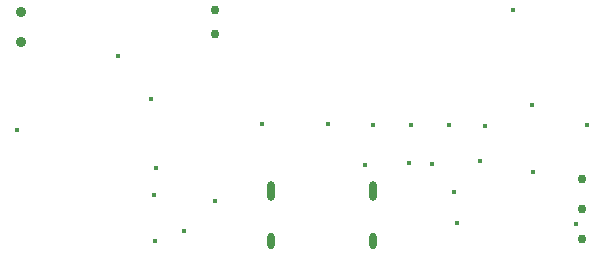
<source format=gbr>
%TF.GenerationSoftware,KiCad,Pcbnew,7.0.7*%
%TF.CreationDate,2024-02-01T23:59:30-06:00*%
%TF.ProjectId,Md-rev-1,4d642d72-6576-42d3-912e-6b696361645f,rev?*%
%TF.SameCoordinates,Original*%
%TF.FileFunction,Plated,1,2,PTH,Mixed*%
%TF.FilePolarity,Positive*%
%FSLAX46Y46*%
G04 Gerber Fmt 4.6, Leading zero omitted, Abs format (unit mm)*
G04 Created by KiCad (PCBNEW 7.0.7) date 2024-02-01 23:59:30*
%MOMM*%
%LPD*%
G01*
G04 APERTURE LIST*
%TA.AperFunction,ViaDrill*%
%ADD10C,0.400000*%
%TD*%
G04 aperture for slot hole*
%TA.AperFunction,ComponentDrill*%
%ADD11O,0.600000X1.700000*%
%TD*%
G04 aperture for slot hole*
%TA.AperFunction,ComponentDrill*%
%ADD12O,0.600000X1.400000*%
%TD*%
%TA.AperFunction,ComponentDrill*%
%ADD13C,0.750000*%
%TD*%
%TA.AperFunction,ComponentDrill*%
%ADD14C,0.760000*%
%TD*%
%TA.AperFunction,ComponentDrill*%
%ADD15C,0.870000*%
%TD*%
G04 APERTURE END LIST*
D10*
X131080000Y-115130000D03*
X139630000Y-108830000D03*
X142450000Y-112480000D03*
X142740000Y-120680000D03*
X142790000Y-124510000D03*
X142860000Y-118370000D03*
X145210000Y-123655000D03*
X147840000Y-121160000D03*
X151850000Y-114620000D03*
X157430000Y-114640000D03*
X160540000Y-118120000D03*
X161240000Y-114740000D03*
X164280000Y-117970000D03*
X164470000Y-114700000D03*
X166200000Y-118010000D03*
X167670000Y-114720000D03*
X168080000Y-120420000D03*
X168320000Y-123020000D03*
X170310000Y-117760000D03*
X170750000Y-114780000D03*
X173080000Y-105010000D03*
X174690000Y-112980000D03*
X174820000Y-118660000D03*
X178430000Y-123070000D03*
X179400000Y-114750000D03*
D11*
%TO.C,J1*%
X152580000Y-120325000D03*
D12*
X152580000Y-124505000D03*
D11*
X161220000Y-120325000D03*
D12*
X161220000Y-124505000D03*
D13*
%TO.C,*%
X147850000Y-105000000D03*
X147850000Y-107000000D03*
D14*
X178940000Y-119260000D03*
X178940000Y-121800000D03*
X178940000Y-124340000D03*
D15*
X131450000Y-105130000D03*
X131450000Y-107670000D03*
M02*

</source>
